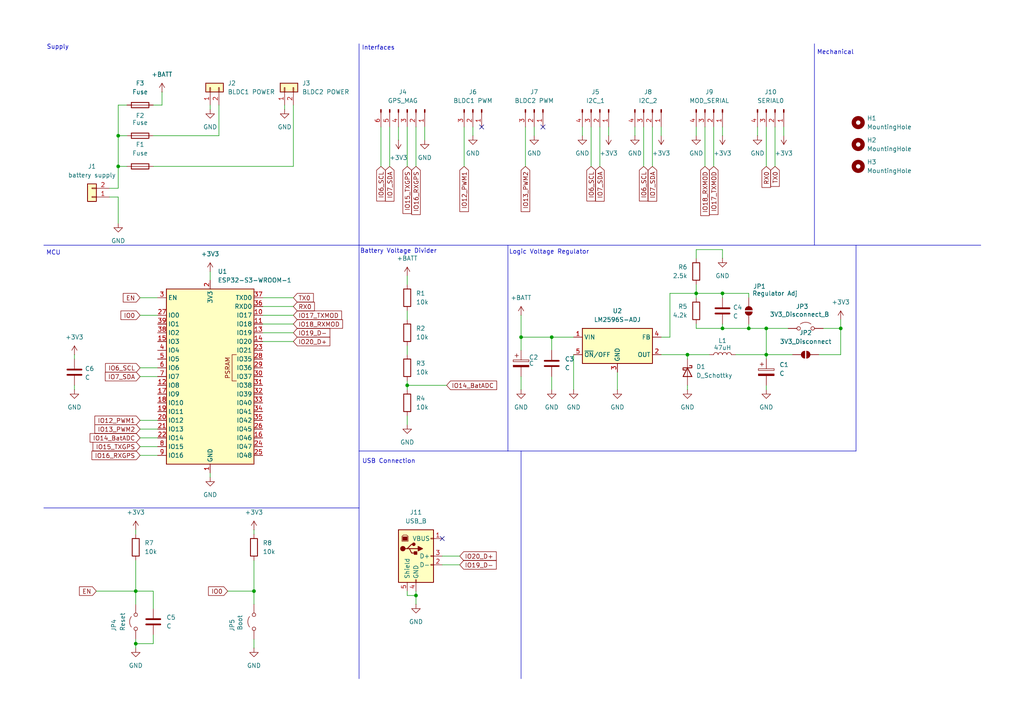
<source format=kicad_sch>
(kicad_sch (version 20250114) (generator "eeschema") (generator_version "9.0")
  (paper "A4")
  (lib_symbols
    (symbol "Connector:Conn_01x03_Pin" (pin_names (offset 1.016) (hide yes))
      (property "Reference" "J" (at 0 5.08 0))
      (property "Value" "Conn_01x03_Pin" (at 0 -5.08 0))
      (symbol "Conn_01x03_Pin_1_1"
        (rectangle (start 0.8636 2.667) (end 0 2.413) (stroke (width 0.1524)) (fill (type outline)))
        (rectangle (start 0.8636 0.127) (end 0 -0.127) (stroke (width 0.1524)) (fill (type outline)))
        (rectangle (start 0.8636 -2.413) (end 0 -2.667) (stroke (width 0.1524)) (fill (type outline)))
        (polyline (pts (xy 1.27 2.54) (xy 0.8636 2.54)) (stroke (width 0.1524)))
        (polyline (pts (xy 1.27 0) (xy 0.8636 0)) (stroke (width 0.1524)))
        (polyline (pts (xy 1.27 -2.54) (xy 0.8636 -2.54)) (stroke (width 0.1524)))
        (pin passive line (at 5.08 2.54 180) (length 3.81) (name "Pin_1") (number "1"))
        (pin passive line (at 5.08 0 180) (length 3.81) (name "Pin_2") (number "2"))
        (pin passive line (at 5.08 -2.54 180) (length 3.81) (name "Pin_3") (number "3"))
      )
    )
    (symbol "Connector:Conn_01x04_Pin" (pin_names (offset 1.016) (hide yes))
      (property "Reference" "J" (at 0 5.08 0))
      (property "Value" "Conn_01x04_Pin" (at 0 -7.62 0))
      (symbol "Conn_01x04_Pin_1_1"
        (rectangle (start 0.8636 2.667) (end 0 2.413) (stroke (width 0.1524)) (fill (type outline)))
        (rectangle (start 0.8636 0.127) (end 0 -0.127) (stroke (width 0.1524)) (fill (type outline)))
        (rectangle (start 0.8636 -2.413) (end 0 -2.667) (stroke (width 0.1524)) (fill (type outline)))
        (rectangle (start 0.8636 -4.953) (end 0 -5.207) (stroke (width 0.1524)) (fill (type outline)))
        (polyline (pts (xy 1.27 2.54) (xy 0.8636 2.54)) (stroke (width 0.1524)))
        (polyline (pts (xy 1.27 0) (xy 0.8636 0)) (stroke (width 0.1524)))
        (polyline (pts (xy 1.27 -2.54) (xy 0.8636 -2.54)) (stroke (width 0.1524)))
        (polyline (pts (xy 1.27 -5.08) (xy 0.8636 -5.08)) (stroke (width 0.1524)))
        (pin passive line (at 5.08 2.54 180) (length 3.81) (name "Pin_1") (number "1"))
        (pin passive line (at 5.08 0 180) (length 3.81) (name "Pin_2") (number "2"))
        (pin passive line (at 5.08 -2.54 180) (length 3.81) (name "Pin_3") (number "3"))
        (pin passive line (at 5.08 -5.08 180) (length 3.81) (name "Pin_4") (number "4"))
      )
    )
    (symbol "Connector:Conn_01x06_Pin" (pin_names (offset 1.016) (hide yes))
      (property "Reference" "J" (at 0 7.62 0))
      (property "Value" "Conn_01x06_Pin" (at 0 -10.16 0))
      (symbol "Conn_01x06_Pin_1_1"
        (rectangle (start 0.8636 5.207) (end 0 4.953) (stroke (width 0.1524)) (fill (type outline)))
        (rectangle (start 0.8636 2.667) (end 0 2.413) (stroke (width 0.1524)) (fill (type outline)))
        (rectangle (start 0.8636 0.127) (end 0 -0.127) (stroke (width 0.1524)) (fill (type outline)))
        (rectangle (start 0.8636 -2.413) (end 0 -2.667) (stroke (width 0.1524)) (fill (type outline)))
        (rectangle (start 0.8636 -4.953) (end 0 -5.207) (stroke (width 0.1524)) (fill (type outline)))
        (rectangle (start 0.8636 -7.493) (end 0 -7.747) (stroke (width 0.1524)) (fill (type outline)))
        (polyline (pts (xy 1.27 5.08) (xy 0.8636 5.08)) (stroke (width 0.1524)))
        (polyline (pts (xy 1.27 2.54) (xy 0.8636 2.54)) (stroke (width 0.1524)))
        (polyline (pts (xy 1.27 0) (xy 0.8636 0)) (stroke (width 0.1524)))
        (polyline (pts (xy 1.27 -2.54) (xy 0.8636 -2.54)) (stroke (width 0.1524)))
        (polyline (pts (xy 1.27 -5.08) (xy 0.8636 -5.08)) (stroke (width 0.1524)))
        (polyline (pts (xy 1.27 -7.62) (xy 0.8636 -7.62)) (stroke (width 0.1524)))
        (pin passive line (at 5.08 5.08 180) (length 3.81) (name "Pin_1") (number "1"))
        (pin passive line (at 5.08 2.54 180) (length 3.81) (name "Pin_2") (number "2"))
        (pin passive line (at 5.08 0 180) (length 3.81) (name "Pin_3") (number "3"))
        (pin passive line (at 5.08 -2.54 180) (length 3.81) (name "Pin_4") (number "4"))
        (pin passive line (at 5.08 -5.08 180) (length 3.81) (name "Pin_5") (number "5"))
        (pin passive line (at 5.08 -7.62 180) (length 3.81) (name "Pin_6") (number "6"))
      )
    )
    (symbol "Connector:USB_B" (pin_names (offset 1.016))
      (property "Reference" "J" (at -5.08 11.43 0))
      (property "Value" "USB_B" (at -5.08 8.89 0))
      (symbol "USB_B_0_1"
        (rectangle (start -5.08 -7.62) (end 5.08 7.62) (stroke (width 0.254)) (fill (type background)))
        (polyline (pts (xy -4.064 4.318) (xy -2.286 4.318) (xy -2.286 5.715) (xy -2.667 6.096) (xy -3.683 6.096) (xy -4.064 5.715) (xy -4.064 4.318)))
        (rectangle (start -3.81 5.588) (end -2.54 4.572) (fill (type outline)))
        (circle (center -3.81 2.159) (radius 0.635) (stroke (width 0.254)) (fill (type outline)))
        (polyline (pts (xy -3.175 2.159) (xy -2.54 2.159) (xy -1.27 3.429) (xy -0.635 3.429)) (stroke (width 0.254)))
        (polyline (pts (xy -2.54 2.159) (xy -1.905 2.159) (xy -1.27 0.889) (xy 0 0.889)) (stroke (width 0.254)))
        (polyline (pts (xy -1.905 2.159) (xy 0.635 2.159)) (stroke (width 0.254)))
        (circle (center -0.635 3.429) (radius 0.381) (stroke (width 0.254)) (fill (type outline)))
        (rectangle (start -0.127 -7.62) (end 0.127 -6.858))
        (rectangle (start 0.254 1.27) (end -0.508 0.508) (stroke (width 0.254)) (fill (type outline)))
        (polyline (pts (xy 0.635 2.794) (xy 0.635 1.524) (xy 1.905 2.159) (xy 0.635 2.794)) (stroke (width 0.254)) (fill (type outline)))
        (rectangle (start 5.08 4.953) (end 4.318 5.207))
        (rectangle (start 5.08 -0.127) (end 4.318 0.127))
        (rectangle (start 5.08 -2.667) (end 4.318 -2.413))
      )
      (symbol "USB_B_1_1"
        (pin passive line (at -2.54 -10.16 90) (length 2.54) (name "Shield") (number "5"))
        (pin power_out line (at 0 -10.16 90) (length 2.54) (name "GND") (number "4"))
        (pin power_out line (at 7.62 5.08 180) (length 2.54) (name "VBUS") (number "1"))
        (pin bidirectional line (at 7.62 0 180) (length 2.54) (name "D+") (number "3"))
        (pin bidirectional line (at 7.62 -2.54 180) (length 2.54) (name "D-") (number "2"))
      )
    )
    (symbol "Connector_Generic:Conn_01x02" (pin_names (offset 1.016) (hide yes))
      (property "Reference" "J" (at 0 2.54 0))
      (property "Value" "Conn_01x02" (at 0 -5.08 0))
      (symbol "Conn_01x02_1_1"
        (rectangle (start -1.27 1.27) (end 1.27 -3.81) (stroke (width 0.254)) (fill (type background)))
        (rectangle (start -1.27 0.127) (end 0 -0.127) (stroke (width 0.1524)))
        (rectangle (start -1.27 -2.413) (end 0 -2.667) (stroke (width 0.1524)))
        (pin passive line (at -5.08 0 0) (length 3.81) (name "Pin_1") (number "1"))
        (pin passive line (at -5.08 -2.54 0) (length 3.81) (name "Pin_2") (number "2"))
      )
    )
    (symbol "Device:C" (pin_numbers (hide yes)) (pin_names (offset 0.254))
      (property "Reference" "C" (at 0.635 2.54 0))
      (property "Value" "C" (at 0.635 -2.54 0))
      (symbol "C_0_1"
        (polyline (pts (xy -2.032 0.762) (xy 2.032 0.762)) (stroke (width 0.508)))
        (polyline (pts (xy -2.032 -0.762) (xy 2.032 -0.762)) (stroke (width 0.508)))
      )
      (symbol "C_1_1"
        (pin passive line (at 0 3.81 270) (length 2.794) (name "~") (number "1"))
        (pin passive line (at 0 -3.81 90) (length 2.794) (name "~") (number "2"))
      )
    )
    (symbol "Device:C_Polarized" (pin_numbers (hide yes)) (pin_names (offset 0.254))
      (property "Reference" "C" (at 0.635 2.54 0))
      (property "Value" "C_Polarized" (at 0.635 -2.54 0))
      (symbol "C_Polarized_0_1"
        (rectangle (start -2.286 0.508) (end 2.286 1.016))
        (polyline (pts (xy -1.778 2.286) (xy -0.762 2.286)))
        (polyline (pts (xy -1.27 2.794) (xy -1.27 1.778)))
        (rectangle (start 2.286 -0.508) (end -2.286 -1.016) (fill (type outline)))
      )
      (symbol "C_Polarized_1_1"
        (pin passive line (at 0 3.81 270) (length 2.794) (name "~") (number "1"))
        (pin passive line (at 0 -3.81 90) (length 2.794) (name "~") (number "2"))
      )
    )
    (symbol "Device:D_Schottky" (pin_numbers (hide yes)) (pin_names (offset 1.016) (hide yes))
      (property "Reference" "D" (at 0 2.54 0))
      (property "Value" "D_Schottky" (at 0 -2.54 0))
      (symbol "D_Schottky_0_1"
        (polyline (pts (xy -1.905 0.635) (xy -1.905 1.27) (xy -1.27 1.27) (xy -1.27 -1.27) (xy -0.635 -1.27) (xy -0.635 -0.635)) (stroke (width 0.254)))
        (polyline (pts (xy 1.27 1.27) (xy 1.27 -1.27) (xy -1.27 0) (xy 1.27 1.27)) (stroke (width 0.254)))
        (polyline (pts (xy 1.27 0) (xy -1.27 0)))
      )
      (symbol "D_Schottky_1_1"
        (pin passive line (at -3.81 0 0) (length 2.54) (name "K") (number "1"))
        (pin passive line (at 3.81 0 180) (length 2.54) (name "A") (number "2"))
      )
    )
    (symbol "Device:Fuse" (pin_numbers (hide yes)) (pin_names (offset 0))
      (property "Reference" "F" (at 2.032 0 90))
      (property "Value" "Fuse" (at -1.905 0 90))
      (symbol "Fuse_0_1"
        (rectangle (start -0.762 -2.54) (end 0.762 2.54) (stroke (width 0.254)))
        (polyline (pts (xy 0 2.54) (xy 0 -2.54)))
      )
      (symbol "Fuse_1_1"
        (pin passive line (at 0 3.81 270) (length 1.27) (name "~") (number "1"))
        (pin passive line (at 0 -3.81 90) (length 1.27) (name "~") (number "2"))
      )
    )
    (symbol "Device:L" (pin_numbers (hide yes)) (pin_names (offset 1.016) (hide yes))
      (property "Reference" "L" (at -1.27 0 90))
      (property "Value" "L" (at 1.905 0 90))
      (symbol "L_0_1"
        (arc (start 0 2.54) (mid 0.6323 1.905) (end 0 1.27))
        (arc (start 0 1.27) (mid 0.6323 0.635) (end 0 0))
        (arc (start 0 0) (mid 0.6323 -0.635) (end 0 -1.27))
        (arc (start 0 -1.27) (mid 0.6323 -1.905) (end 0 -2.54))
      )
      (symbol "L_1_1"
        (pin passive line (at 0 3.81 270) (length 1.27) (name "1") (number "1"))
        (pin passive line (at 0 -3.81 90) (length 1.27) (name "2") (number "2"))
      )
    )
    (symbol "Device:R" (pin_numbers (hide yes)) (pin_names (offset 0))
      (property "Reference" "R" (at 2.032 0 90))
      (property "Value" "R" (at 0 0 90))
      (symbol "R_0_1"
        (rectangle (start -1.016 -2.54) (end 1.016 2.54) (stroke (width 0.254)))
      )
      (symbol "R_1_1"
        (pin passive line (at 0 3.81 270) (length 1.27) (name "~") (number "1"))
        (pin passive line (at 0 -3.81 90) (length 1.27) (name "~") (number "2"))
      )
    )
    (symbol "Jumper:Jumper_2_Open" (pin_numbers (hide yes)) (pin_names (offset 0) (hide yes)) (exclude_from_sim yes)
      (property "Reference" "JP" (at 0 2.794 0))
      (property "Value" "Jumper_2_Open" (at 0 -2.286 0))
      (symbol "Jumper_2_Open_0_0"
        (circle (center -2.032 0) (radius 0.508))
        (circle (center 2.032 0) (radius 0.508))
      )
      (symbol "Jumper_2_Open_0_1"
        (arc (start -1.524 1.27) (mid 0 1.778) (end 1.524 1.27))
      )
      (symbol "Jumper_2_Open_1_1"
        (pin passive line (at -5.08 0 0) (length 2.54) (name "A") (number "1"))
        (pin passive line (at 5.08 0 180) (length 2.54) (name "B") (number "2"))
      )
    )
    (symbol "Jumper:SolderJumper_2_Open" (pin_numbers (hide yes)) (pin_names (offset 0) (hide yes)) (exclude_from_sim yes) (in_bom no)
      (property "Reference" "JP" (at 0 2.032 0))
      (property "Value" "SolderJumper_2_Open" (at 0 -2.54 0))
      (symbol "SolderJumper_2_Open_0_1"
        (polyline (pts (xy -0.254 1.016) (xy -0.254 -1.016)))
        (arc (start -0.254 -1.016) (mid -1.2656 0) (end -0.254 1.016))
        (arc (start -0.254 -1.016) (mid -1.2656 0) (end -0.254 1.016) (fill (type outline)))
        (arc (start 0.254 1.016) (mid 1.2656 0) (end 0.254 -1.016))
        (arc (start 0.254 1.016) (mid 1.2656 0) (end 0.254 -1.016) (fill (type outline)))
        (polyline (pts (xy 0.254 1.016) (xy 0.254 -1.016)))
      )
      (symbol "SolderJumper_2_Open_1_1"
        (pin passive line (at -3.81 0 0) (length 2.54) (name "A") (number "1"))
        (pin passive line (at 3.81 0 180) (length 2.54) (name "B") (number "2"))
      )
    )
    (symbol "Mechanical:MountingHole" (pin_names (offset 1.016)) (exclude_from_sim yes) (in_bom no)
      (property "Reference" "H" (at 0 5.08 0))
      (property "Value" "MountingHole" (at 0 3.175 0))
      (symbol "MountingHole_0_1"
        (circle (center 0 0) (radius 1.27) (stroke (width 1.27)))
      )
    )
    (symbol "RF_Module:ESP32-S3-WROOM-1"
      (property "Reference" "U" (at -12.7 26.67 0))
      (property "Value" "ESP32-S3-WROOM-1" (at 12.7 26.67 0))
      (symbol "ESP32-S3-WROOM-1_0_0"
        (rectangle (start -12.7 25.4) (end 12.7 -25.4) (stroke (width 0.254)) (fill (type background)))
        (text "PSRAM" (at 5.08 2.54 900) (effects (font (size 1.27 1.27))))
      )
      (symbol "ESP32-S3-WROOM-1_0_1"
        (polyline (pts (xy 7.62 -1.27) (xy 6.35 -1.27) (xy 6.35 6.35) (xy 7.62 6.35)))
      )
      (symbol "ESP32-S3-WROOM-1_1_1"
        (pin input line (at -15.24 22.86 0) (length 2.54) (name "EN") (number "3"))
        (pin bidirectional line (at -15.24 17.78 0) (length 2.54) (name "IO0") (number "27"))
        (pin bidirectional line (at -15.24 15.24 0) (length 2.54) (name "IO1") (number "39"))
        (pin bidirectional line (at -15.24 12.7 0) (length 2.54) (name "IO2") (number "38"))
        (pin bidirectional line (at -15.24 10.16 0) (length 2.54) (name "IO3") (number "15"))
        (pin bidirectional line (at -15.24 7.62 0) (length 2.54) (name "IO4") (number "4"))
        (pin bidirectional line (at -15.24 5.08 0) (length 2.54) (name "IO5") (number "5"))
        (pin bidirectional line (at -15.24 2.54 0) (length 2.54) (name "IO6") (number "6"))
        (pin bidirectional line (at -15.24 0 0) (length 2.54) (name "IO7") (number "7"))
        (pin bidirectional line (at -15.24 -2.54 0) (length 2.54) (name "IO8") (number "12"))
        (pin bidirectional line (at -15.24 -5.08 0) (length 2.54) (name "IO9") (number "17"))
        (pin bidirectional line (at -15.24 -7.62 0) (length 2.54) (name "IO10") (number "18"))
        (pin bidirectional line (at -15.24 -10.16 0) (length 2.54) (name "IO11") (number "19"))
        (pin bidirectional line (at -15.24 -12.7 0) (length 2.54) (name "IO12") (number "20"))
        (pin bidirectional line (at -15.24 -15.24 0) (length 2.54) (name "IO13") (number "21"))
        (pin bidirectional line (at -15.24 -17.78 0) (length 2.54) (name "IO14") (number "22"))
        (pin bidirectional line (at -15.24 -20.32 0) (length 2.54) (name "IO15") (number "8"))
        (pin bidirectional line (at -15.24 -22.86 0) (length 2.54) (name "IO16") (number "9"))
        (pin power_in line (at 0 27.94 270) (length 2.54) (name "3V3") (number "2"))
        (pin power_in line (at 0 -27.94 90) (length 2.54) (name "GND") (number "1"))
        (pin passive line (at 0 -27.94 90) (length 2.54) (hide yes) (name "GND") (number "40"))
        (pin passive line (at 0 -27.94 90) (length 2.54) (hide yes) (name "GND") (number "41"))
        (pin bidirectional line (at 15.24 22.86 180) (length 2.54) (name "TXD0") (number "37"))
        (pin bidirectional line (at 15.24 20.32 180) (length 2.54) (name "RXD0") (number "36"))
        (pin bidirectional line (at 15.24 17.78 180) (length 2.54) (name "IO17") (number "10"))
        (pin bidirectional line (at 15.24 15.24 180) (length 2.54) (name "IO18") (number "11"))
        (pin bidirectional line (at 15.24 12.7 180) (length 2.54) (name "IO19") (number "13"))
        (pin bidirectional line (at 15.24 10.16 180) (length 2.54) (name "IO20") (number "14"))
        (pin bidirectional line (at 15.24 7.62 180) (length 2.54) (name "IO21") (number "23"))
        (pin bidirectional line (at 15.24 5.08 180) (length 2.54) (name "IO35") (number "28"))
        (pin bidirectional line (at 15.24 2.54 180) (length 2.54) (name "IO36") (number "29"))
        (pin bidirectional line (at 15.24 0 180) (length 2.54) (name "IO37") (number "30"))
        (pin bidirectional line (at 15.24 -2.54 180) (length 2.54) (name "IO38") (number "31"))
        (pin bidirectional line (at 15.24 -5.08 180) (length 2.54) (name "IO39") (number "32"))
        (pin bidirectional line (at 15.24 -7.62 180) (length 2.54) (name "IO40") (number "33"))
        (pin bidirectional line (at 15.24 -10.16 180) (length 2.54) (name "IO41") (number "34"))
        (pin bidirectional line (at 15.24 -12.7 180) (length 2.54) (name "IO42") (number "35"))
        (pin bidirectional line (at 15.24 -15.24 180) (length 2.54) (name "IO45") (number "26"))
        (pin bidirectional line (at 15.24 -17.78 180) (length 2.54) (name "IO46") (number "16"))
        (pin bidirectional line (at 15.24 -20.32 180) (length 2.54) (name "IO47") (number "24"))
        (pin bidirectional line (at 15.24 -22.86 180) (length 2.54) (name "IO48") (number "25"))
      )
    )
    (symbol "Regulator_Switching:LM2596S-ADJ"
      (property "Reference" "U" (at -10.16 6.35 0))
      (property "Value" "LM2596S-ADJ" (at 0 6.35 0))
      (symbol "LM2596S-ADJ_0_1"
        (rectangle (start -10.16 5.08) (end 10.16 -5.08) (stroke (width 0.254)) (fill (type background)))
      )
      (symbol "LM2596S-ADJ_1_1"
        (pin power_in line (at -12.7 2.54 0) (length 2.54) (name "VIN") (number "1"))
        (pin input line (at -12.7 -2.54 0) (length 2.54) (name "~{ON}/OFF") (number "5"))
        (pin power_in line (at 0 -7.62 90) (length 2.54) (name "GND") (number "3"))
        (pin input line (at 12.7 2.54 180) (length 2.54) (name "FB") (number "4"))
        (pin output line (at 12.7 -2.54 180) (length 2.54) (name "OUT") (number "2"))
      )
    )
    (symbol "power:+3V3" (power) (pin_numbers (hide yes)) (pin_names (offset 0) (hide yes))
      (property "Value" "+3V3" (at 0 3.556 0))
      (symbol "+3V3_0_1"
        (polyline (pts (xy -0.762 1.27) (xy 0 2.54)))
        (polyline (pts (xy 0 2.54) (xy 0.762 1.27)))
        (polyline (pts (xy 0 0) (xy 0 2.54)))
      )
      (symbol "+3V3_1_1"
        (pin power_in line (at 0 0 90) (length 0) (name "~") (number "1"))
      )
    )
    (symbol "power:+BATT" (power) (pin_numbers (hide yes)) (pin_names (offset 0) (hide yes))
      (property "Value" "+BATT" (at 0 3.556 0))
      (symbol "+BATT_0_1"
        (polyline (pts (xy -0.762 1.27) (xy 0 2.54)))
        (polyline (pts (xy 0 2.54) (xy 0.762 1.27)))
        (polyline (pts (xy 0 0) (xy 0 2.54)))
      )
      (symbol "+BATT_1_1"
        (pin power_in line (at 0 0 90) (length 0) (name "~") (number "1"))
      )
    )
    (symbol "power:GND" (power) (pin_numbers (hide yes)) (pin_names (offset 0) (hide yes))
      (property "Value" "GND" (at 0 -3.81 0))
      (symbol "GND_0_1"
        (polyline (pts (xy 0 0) (xy 0 -1.27) (xy 1.27 -1.27) (xy 0 -2.54) (xy -1.27 -1.27) (xy 0 -1.27)))
      )
      (symbol "GND_1_1"
        (pin power_in line (at 0 0 270) (length 0) (name "~") (number "1"))
      )
    )
  )
  (text "Supply\n" (at 16.764 13.716 0) (effects (font (size 1.27 1.27))))
  (text "Battery Voltage Divider" (at 115.57 72.898 0) (effects (font (size 1.27 1.27))))
  (text "USB Connection\n" (at 112.776 133.858 0) (effects (font (size 1.27 1.27))))
  (text "Mechanical" (at 242.316 15.24 0) (effects (font (size 1.27 1.27))))
  (text "MCU" (at 15.494 73.406 0) (effects (font (size 1.27 1.27))))
  (text "Logic Voltage Regulator\n" (at 159.258 73.152 0) (effects (font (size 1.27 1.27))))
  (text "Interfaces" (at 109.728 13.97 0) (effects (font (size 1.27 1.27))))
  (junction (at 151.13 97.79))
  (junction (at 209.55 85.09))
  (junction (at 73.66 171.45))
  (junction (at 39.37 171.45))
  (junction (at 39.37 186.69))
  (junction (at 160.02 97.79))
  (junction (at 199.39 102.87))
  (junction (at 209.55 95.25))
  (junction (at 217.17 95.25))
  (junction (at 34.29 39.37))
  (junction (at 34.29 48.26))
  (junction (at 222.25 95.25))
  (junction (at 243.84 95.25))
  (junction (at 201.93 85.09))
  (junction (at 222.25 102.87))
  (junction (at 120.65 172.72))
  (junction (at 118.11 111.76))
  (no_connect (at 157.48 36.83))
  (no_connect (at 139.7 36.83))
  (no_connect (at 128.27 156.21))
  (wire (pts (xy 85.09 96.52) (xy 76.2 96.52)))
  (wire (pts (xy 120.65 36.83) (xy 120.65 48.26)))
  (wire (pts (xy 222.25 104.14) (xy 222.25 102.87)))
  (polyline (pts (xy 104.14 130.81) (xy 104.14 147.32)))
  (wire (pts (xy 209.55 95.25) (xy 217.17 95.25)))
  (wire (pts (xy 34.29 30.48) (xy 36.83 30.48)))
  (wire (pts (xy 46.99 30.48) (xy 46.99 26.67)))
  (wire (pts (xy 201.93 72.39) (xy 209.55 72.39)))
  (wire (pts (xy 85.09 86.36) (xy 76.2 86.36)))
  (wire (pts (xy 243.84 95.25) (xy 243.84 92.71)))
  (wire (pts (xy 209.55 72.39) (xy 209.55 74.93)))
  (wire (pts (xy 191.77 39.37) (xy 191.77 36.83)))
  (wire (pts (xy 40.64 127) (xy 45.72 127)))
  (wire (pts (xy 151.13 91.44) (xy 151.13 97.79)))
  (wire (pts (xy 73.66 154.94) (xy 73.66 153.67)))
  (wire (pts (xy 229.87 102.87) (xy 222.25 102.87)))
  (wire (pts (xy 118.11 123.19) (xy 118.11 120.65)))
  (wire (pts (xy 199.39 104.14) (xy 199.39 102.87)))
  (polyline (pts (xy 12.7 71.12) (xy 104.14 71.12)))
  (wire (pts (xy 39.37 154.94) (xy 39.37 153.67)))
  (wire (pts (xy 73.66 171.45) (xy 73.66 175.26)))
  (wire (pts (xy 201.93 36.83) (xy 201.93 39.37)))
  (wire (pts (xy 209.55 85.09) (xy 209.55 86.36)))
  (polyline (pts (xy 104.14 71.12) (xy 236.22 71.12)))
  (wire (pts (xy 166.37 102.87) (xy 166.37 113.03)))
  (wire (pts (xy 191.77 97.79) (xy 194.31 97.79)))
  (wire (pts (xy 40.64 86.36) (xy 45.72 86.36)))
  (wire (pts (xy 238.76 95.25) (xy 243.84 95.25)))
  (polyline (pts (xy 104.14 147.32) (xy 104.14 196.85)))
  (wire (pts (xy 66.04 171.45) (xy 73.66 171.45)))
  (polyline (pts (xy 104.14 71.12) (xy 104.14 130.81)))
  (wire (pts (xy 191.77 102.87) (xy 199.39 102.87)))
  (wire (pts (xy 44.45 186.69) (xy 39.37 186.69)))
  (wire (pts (xy 34.29 64.77) (xy 34.29 57.15)))
  (wire (pts (xy 160.02 113.03) (xy 160.02 109.22)))
  (wire (pts (xy 40.64 121.92) (xy 45.72 121.92)))
  (wire (pts (xy 44.45 30.48) (xy 46.99 30.48)))
  (wire (pts (xy 118.11 102.87) (xy 118.11 100.33)))
  (wire (pts (xy 222.25 111.76) (xy 222.25 113.03)))
  (polyline (pts (xy 104.14 130.81) (xy 147.32 130.81)))
  (polyline (pts (xy 236.22 71.12) (xy 248.285 71.12)))
  (wire (pts (xy 176.53 39.37) (xy 176.53 36.83)))
  (wire (pts (xy 222.25 95.25) (xy 222.25 102.87)))
  (wire (pts (xy 21.59 102.87) (xy 21.59 104.14)))
  (wire (pts (xy 217.17 95.25) (xy 217.17 93.98)))
  (polyline (pts (xy 104.14 12.7) (xy 104.14 71.12)))
  (wire (pts (xy 39.37 171.45) (xy 39.37 175.26)))
  (wire (pts (xy 137.16 39.37) (xy 137.16 36.83)))
  (wire (pts (xy 118.11 111.76) (xy 118.11 110.49)))
  (wire (pts (xy 34.29 30.48) (xy 34.29 39.37)))
  (wire (pts (xy 34.29 54.61) (xy 31.75 54.61)))
  (wire (pts (xy 227.33 39.37) (xy 227.33 36.83)))
  (wire (pts (xy 85.09 91.44) (xy 76.2 91.44)))
  (wire (pts (xy 168.91 36.83) (xy 168.91 39.37)))
  (wire (pts (xy 222.25 102.87) (xy 213.36 102.87)))
  (wire (pts (xy 199.39 102.87) (xy 205.74 102.87)))
  (wire (pts (xy 120.65 172.72) (xy 120.65 171.45)))
  (wire (pts (xy 224.79 48.26) (xy 224.79 36.83)))
  (wire (pts (xy 40.64 132.08) (xy 45.72 132.08)))
  (wire (pts (xy 186.69 48.26) (xy 186.69 36.83)))
  (wire (pts (xy 118.11 172.72) (xy 120.65 172.72)))
  (wire (pts (xy 151.13 109.22) (xy 151.13 113.03)))
  (wire (pts (xy 201.93 85.09) (xy 209.55 85.09)))
  (wire (pts (xy 194.31 97.79) (xy 194.31 85.09)))
  (polyline (pts (xy 248.285 71.12) (xy 284.48 71.12)))
  (wire (pts (xy 243.84 102.87) (xy 243.84 95.25)))
  (wire (pts (xy 194.31 85.09) (xy 201.93 85.09)))
  (wire (pts (xy 113.03 36.83) (xy 113.03 48.26)))
  (wire (pts (xy 217.17 86.36) (xy 217.17 85.09)))
  (wire (pts (xy 222.25 48.26) (xy 222.25 36.83)))
  (wire (pts (xy 60.96 31.75) (xy 60.96 30.48)))
  (wire (pts (xy 129.54 111.76) (xy 118.11 111.76)))
  (wire (pts (xy 34.29 39.37) (xy 34.29 48.26)))
  (wire (pts (xy 44.45 171.45) (xy 39.37 171.45)))
  (wire (pts (xy 44.45 176.53) (xy 44.45 171.45)))
  (wire (pts (xy 73.66 162.56) (xy 73.66 171.45)))
  (polyline (pts (xy 248.285 130.81) (xy 147.32 130.81)))
  (wire (pts (xy 40.64 106.68) (xy 45.72 106.68)))
  (wire (pts (xy 160.02 97.79) (xy 160.02 101.6)))
  (wire (pts (xy 110.49 36.83) (xy 110.49 48.26)))
  (wire (pts (xy 73.66 185.42) (xy 73.66 187.96)))
  (wire (pts (xy 219.71 36.83) (xy 219.71 39.37)))
  (wire (pts (xy 154.94 36.83) (xy 154.94 39.37)))
  (wire (pts (xy 189.23 48.26) (xy 189.23 36.83)))
  (wire (pts (xy 120.65 175.26) (xy 120.65 172.72)))
  (wire (pts (xy 201.93 95.25) (xy 201.93 93.98)))
  (wire (pts (xy 85.09 99.06) (xy 76.2 99.06)))
  (wire (pts (xy 118.11 92.71) (xy 118.11 90.17)))
  (wire (pts (xy 199.39 111.76) (xy 199.39 113.03)))
  (wire (pts (xy 60.96 78.74) (xy 60.96 81.28)))
  (wire (pts (xy 152.4 36.83) (xy 152.4 48.26)))
  (wire (pts (xy 27.94 171.45) (xy 39.37 171.45)))
  (wire (pts (xy 160.02 97.79) (xy 166.37 97.79)))
  (wire (pts (xy 207.01 48.26) (xy 207.01 36.83)))
  (wire (pts (xy 44.45 39.37) (xy 63.5 39.37)))
  (wire (pts (xy 201.93 85.09) (xy 201.93 86.36)))
  (wire (pts (xy 115.57 36.83) (xy 115.57 40.64)))
  (wire (pts (xy 21.59 113.03) (xy 21.59 111.76)))
  (wire (pts (xy 118.11 113.03) (xy 118.11 111.76)))
  (wire (pts (xy 118.11 36.83) (xy 118.11 48.26)))
  (wire (pts (xy 222.25 95.25) (xy 228.6 95.25)))
  (wire (pts (xy 151.13 97.79) (xy 160.02 97.79)))
  (wire (pts (xy 44.45 48.26) (xy 85.09 48.26)))
  (wire (pts (xy 118.11 171.45) (xy 118.11 172.72)))
  (wire (pts (xy 217.17 95.25) (xy 222.25 95.25)))
  (wire (pts (xy 63.5 39.37) (xy 63.5 30.48)))
  (polyline (pts (xy 12.7 147.32) (xy 104.14 147.32)))
  (polyline (pts (xy 236.22 12.7) (xy 236.22 71.12)))
  (wire (pts (xy 34.29 39.37) (xy 36.83 39.37)))
  (wire (pts (xy 34.29 48.26) (xy 36.83 48.26)))
  (wire (pts (xy 133.35 163.83) (xy 128.27 163.83)))
  (wire (pts (xy 134.62 36.83) (xy 134.62 48.26)))
  (wire (pts (xy 40.64 129.54) (xy 45.72 129.54)))
  (wire (pts (xy 201.93 74.93) (xy 201.93 72.39)))
  (wire (pts (xy 44.45 184.15) (xy 44.45 186.69)))
  (wire (pts (xy 40.64 109.22) (xy 45.72 109.22)))
  (wire (pts (xy 201.93 95.25) (xy 209.55 95.25)))
  (wire (pts (xy 179.07 113.03) (xy 179.07 107.95)))
  (wire (pts (xy 39.37 162.56) (xy 39.37 171.45)))
  (wire (pts (xy 123.19 40.64) (xy 123.19 36.83)))
  (wire (pts (xy 60.96 138.43) (xy 60.96 137.16)))
  (wire (pts (xy 209.55 85.09) (xy 217.17 85.09)))
  (wire (pts (xy 39.37 186.69) (xy 39.37 187.96)))
  (wire (pts (xy 40.64 124.46) (xy 45.72 124.46)))
  (wire (pts (xy 151.13 101.6) (xy 151.13 97.79)))
  (wire (pts (xy 184.15 36.83) (xy 184.15 39.37)))
  (wire (pts (xy 204.47 48.26) (xy 204.47 36.83)))
  (wire (pts (xy 34.29 48.26) (xy 34.29 54.61)))
  (polyline (pts (xy 151.13 130.81) (xy 151.13 196.85)))
  (wire (pts (xy 82.55 31.75) (xy 82.55 30.48)))
  (wire (pts (xy 209.55 39.37) (xy 209.55 36.83)))
  (polyline (pts (xy 248.285 71.12) (xy 248.285 130.81)))
  (wire (pts (xy 173.99 48.26) (xy 173.99 36.83)))
  (polyline (pts (xy 147.32 130.81) (xy 147.32 71.12)))
  (wire (pts (xy 85.09 93.98) (xy 76.2 93.98)))
  (wire (pts (xy 40.64 91.44) (xy 45.72 91.44)))
  (wire (pts (xy 39.37 185.42) (xy 39.37 186.69)))
  (wire (pts (xy 209.55 95.25) (xy 209.55 93.98)))
  (wire (pts (xy 34.29 57.15) (xy 31.75 57.15)))
  (wire (pts (xy 85.09 88.9) (xy 76.2 88.9)))
  (wire (pts (xy 201.93 82.55) (xy 201.93 85.09)))
  (wire (pts (xy 133.35 161.29) (xy 128.27 161.29)))
  (wire (pts (xy 237.49 102.87) (xy 243.84 102.87)))
  (wire (pts (xy 171.45 48.26) (xy 171.45 36.83)))
  (wire (pts (xy 85.09 48.26) (xy 85.09 30.48)))
  (wire (pts (xy 118.11 80.01) (xy 118.11 82.55)))
  (global_label "IO14_BatADC" (shape input) (at 129.54 111.76 0) (property "Intersheetrefs" "${INTERSHEET_REFS}" (effects (hide yes))))
  (global_label "IO16_RXGPS" (shape input) (at 120.65 48.26 270) (property "Intersheetrefs" "${INTERSHEET_REFS}" (effects (hide yes))))
  (global_label "IO17_TXMOD" (shape input) (at 207.01 48.26 270) (property "Intersheetrefs" "${INTERSHEET_REFS}" (effects (hide yes))))
  (global_label "IO13_PWM2" (shape input) (at 152.4 48.26 270) (property "Intersheetrefs" "${INTERSHEET_REFS}" (effects (hide yes))))
  (global_label "IO13_PWM2" (shape input) (at 40.64 124.46 180) (property "Intersheetrefs" "${INTERSHEET_REFS}" (effects (hide yes))))
  (global_label "IO15_TXGPS" (shape input) (at 40.64 129.54 180) (property "Intersheetrefs" "${INTERSHEET_REFS}" (effects (hide yes))))
  (global_label "IO17_TXMOD" (shape input) (at 85.09 91.44 0) (property "Intersheetrefs" "${INTERSHEET_REFS}" (effects (hide yes))))
  (global_label "IO0" (shape input) (at 40.64 91.44 180) (property "Intersheetrefs" "${INTERSHEET_REFS}" (effects (hide yes))))
  (global_label "IO19_D-" (shape input) (at 85.09 96.52 0) (property "Intersheetrefs" "${INTERSHEET_REFS}" (effects (hide yes))))
  (global_label "IO12_PWM1" (shape input) (at 134.62 48.26 270) (property "Intersheetrefs" "${INTERSHEET_REFS}" (effects (hide yes))))
  (global_label "IO19_D-" (shape input) (at 133.35 163.83 0) (property "Intersheetrefs" "${INTERSHEET_REFS}" (effects (hide yes))))
  (global_label "IO12_PWM1" (shape input) (at 40.64 121.92 180) (property "Intersheetrefs" "${INTERSHEET_REFS}" (effects (hide yes))))
  (global_label "IO16_RXGPS" (shape input) (at 40.64 132.08 180) (property "Intersheetrefs" "${INTERSHEET_REFS}" (effects (hide yes))))
  (global_label "IO15_TXGPS" (shape input) (at 118.11 48.26 270) (property "Intersheetrefs" "${INTERSHEET_REFS}" (effects (hide yes))))
  (global_label "IO14_BatADC" (shape input) (at 40.64 127 180) (property "Intersheetrefs" "${INTERSHEET_REFS}" (effects (hide yes))))
  (global_label "IO7_SDA" (shape input) (at 113.03 48.26 270) (property "Intersheetrefs" "${INTERSHEET_REFS}" (effects (hide yes))))
  (global_label "IO20_D+" (shape input) (at 85.09 99.06 0) (property "Intersheetrefs" "${INTERSHEET_REFS}" (effects (hide yes))))
  (global_label "IO18_RXMOD" (shape input) (at 85.09 93.98 0) (property "Intersheetrefs" "${INTERSHEET_REFS}" (effects (hide yes))))
  (global_label "IO6_SCL" (shape input) (at 110.49 48.26 270) (property "Intersheetrefs" "${INTERSHEET_REFS}" (effects (hide yes))))
  (global_label "RX0" (shape input) (at 85.09 88.9 0) (property "Intersheetrefs" "${INTERSHEET_REFS}" (effects (hide yes))))
  (global_label "EN" (shape input) (at 40.64 86.36 180) (property "Intersheetrefs" "${INTERSHEET_REFS}" (effects (hide yes))))
  (global_label "RX0" (shape input) (at 222.25 48.26 270) (property "Intersheetrefs" "${INTERSHEET_REFS}" (effects (hide yes))))
  (global_label "IO6_SCL" (shape input) (at 186.69 48.26 270) (property "Intersheetrefs" "${INTERSHEET_REFS}" (effects (hide yes))))
  (global_label "IO18_RXMOD" (shape input) (at 204.47 48.26 270) (property "Intersheetrefs" "${INTERSHEET_REFS}" (effects (hide yes))))
  (global_label "EN" (shape input) (at 27.94 171.45 180) (property "Intersheetrefs" "${INTERSHEET_REFS}" (effects (hide yes))))
  (global_label "IO0" (shape input) (at 66.04 171.45 180) (property "Intersheetrefs" "${INTERSHEET_REFS}" (effects (hide yes))))
  (global_label "IO20_D+" (shape input) (at 133.35 161.29 0) (property "Intersheetrefs" "${INTERSHEET_REFS}" (effects (hide yes))))
  (global_label "TX0" (shape input) (at 85.09 86.36 0) (property "Intersheetrefs" "${INTERSHEET_REFS}" (effects (hide yes))))
  (global_label "IO7_SDA" (shape input) (at 189.23 48.26 270) (property "Intersheetrefs" "${INTERSHEET_REFS}" (effects (hide yes))))
  (global_label "IO6_SCL" (shape input) (at 40.64 106.68 180) (property "Intersheetrefs" "${INTERSHEET_REFS}" (effects (hide yes))))
  (global_label "IO6_SCL" (shape input) (at 171.45 48.26 270) (property "Intersheetrefs" "${INTERSHEET_REFS}" (effects (hide yes))))
  (global_label "IO7_SDA" (shape input) (at 40.64 109.22 180) (property "Intersheetrefs" "${INTERSHEET_REFS}" (effects (hide yes))))
  (global_label "IO7_SDA" (shape input) (at 173.99 48.26 270) (property "Intersheetrefs" "${INTERSHEET_REFS}" (effects (hide yes))))
  (global_label "TX0" (shape input) (at 224.79 48.26 270) (property "Intersheetrefs" "${INTERSHEET_REFS}" (effects (hide yes))))
  (symbol (lib_id "power:+3V3") (at 243.84 92.71 0) (unit 1)
    (property "Reference" "#PWR026" (effects (hide yes)))
    (property "Value" "+3V3" (at 243.84 87.63 0))
    (property "Description" "Power symbol creates a global label with name \"+3V3\"" (effects (hide yes)))
  )
  (symbol (lib_id "Mechanical:MountingHole") (at 248.92 41.91 0) (unit 1) (in_bom no)
    (property "Reference" "H2" (at 251.46 40.6399 0) (effects (justify left)))
    (property "Value" "MountingHole" (at 251.46 43.1799 0) (effects (justify left)))
    (property "Footprint" "MountingHole:MountingHole_3.2mm_M3" (effects (hide yes)))
    (property "Description" "Mounting Hole without connection" (effects (hide yes)))
  )
  (symbol (lib_id "Device:C_Polarized") (at 222.25 107.95 0) (unit 1)
    (property "Reference" "C1" (at 226.06 105.7909 0) (effects (justify left)))
    (property "Value" "C" (at 226.06 108.3309 0) (effects (justify left)))
    (property "Footprint" "Capacitor_SMD:CP_Elec_8x10.5" (effects (hide yes)))
    (property "Description" "Polarized capacitor" (effects (hide yes)))
  )
  (symbol (lib_id "Connector:USB_B") (at 120.65 161.29 0) (unit 1)
    (property "Reference" "J11" (at 120.65 148.59 0))
    (property "Value" "USB_B" (at 120.65 151.13 0))
    (property "Footprint" "Connector_USB:USB_B_OST_USB-B1HSxx_Horizontal" (effects (hide yes)))
    (property "Description" "USB Type B connector" (effects (hide yes)))
  )
  (symbol (lib_id "power:+3V3") (at 176.53 39.37 180) (unit 1)
    (property "Reference" "#PWR011" (effects (hide yes)))
    (property "Value" "+3V3" (at 176.53 44.45 0))
    (property "Description" "Power symbol creates a global label with name \"+3V3\"" (effects (hide yes)))
  )
  (symbol (lib_id "Jumper:SolderJumper_2_Open") (at 217.17 90.17 90) (unit 1) (in_bom no)
    (property "Reference" "JP1" (at 218.44 83.058 90) (effects (justify right)))
    (property "Value" "Regulator Adj" (at 218.186 85.09 90) (effects (justify right)))
    (property "Footprint" "Jumper:SolderJumper-2_P1.3mm_Open_TrianglePad1.0x1.5mm" (effects (hide yes)))
    (property "Description" "Solder Jumper, 2-pole, open" (effects (hide yes)))
  )
  (symbol (lib_id "Connector:Conn_01x04_Pin") (at 224.79 31.75 270) (unit 1)
    (property "Reference" "J10" (at 223.52 26.67 90))
    (property "Value" "SERIAL0" (at 223.52 29.21 90))
    (property "Footprint" "Connector_PinHeader_2.54mm:PinHeader_1x04_P2.54mm_Vertical" (effects (hide yes)))
    (property "Description" "Generic connector, single row, 01x04, script generated" (effects (hide yes)))
  )
  (symbol (lib_id "Connector:Conn_01x06_Pin") (at 118.11 31.75 270) (unit 1)
    (property "Reference" "J4" (at 116.84 26.67 90))
    (property "Value" "GPS_MAG" (at 116.84 29.21 90))
    (property "Footprint" "Connector_PinHeader_2.54mm:PinHeader_1x06_P2.54mm_Vertical" (effects (hide yes)))
    (property "Description" "Generic connector, single row, 01x06, script generated" (effects (hide yes)))
  )
  (symbol (lib_id "Connector:Conn_01x03_Pin") (at 154.94 31.75 270) (unit 1)
    (property "Reference" "J7" (at 154.94 26.67 90))
    (property "Value" "BLDC2 PWM" (at 154.94 29.21 90))
    (property "Footprint" "Connector_PinHeader_2.54mm:PinHeader_1x03_P2.54mm_Vertical" (effects (hide yes)))
    (property "Description" "Generic connector, single row, 01x03, script generated" (effects (hide yes)))
  )
  (symbol (lib_id "power:GND") (at 151.13 113.03 0) (unit 1)
    (property "Reference" "#PWR023" (effects (hide yes)))
    (property "Value" "GND" (at 151.13 118.11 0))
    (property "Description" "Power symbol creates a global label with name \"GND\" , ground" (effects (hide yes)))
  )
  (symbol (lib_id "power:GND") (at 82.55 31.75 0) (unit 1)
    (property "Reference" "#PWR04" (effects (hide yes)))
    (property "Value" "GND" (at 82.55 36.83 0))
    (property "Description" "Power symbol creates a global label with name \"GND\" , ground" (effects (hide yes)))
  )
  (symbol (lib_id "power:GND") (at 60.96 138.43 0) (unit 1)
    (property "Reference" "#PWR05" (effects (hide yes)))
    (property "Value" "GND" (at 60.96 143.51 0))
    (property "Description" "Power symbol creates a global label with name \"GND\" , ground" (effects (hide yes)))
  )
  (symbol (lib_id "power:+3V3") (at 21.59 102.87 0) (unit 1)
    (property "Reference" "#PWR036" (effects (hide yes)))
    (property "Value" "+3V3" (at 21.59 97.79 0))
    (property "Description" "Power symbol creates a global label with name \"+3V3\"" (effects (hide yes)))
  )
  (symbol (lib_id "Connector_Generic:Conn_01x02") (at 60.96 25.4 90) (unit 1)
    (property "Reference" "J2" (at 66.04 24.1299 90) (effects (justify right)))
    (property "Value" "BLDC1 POWER" (at 66.04 26.6699 90) (effects (justify right)))
    (property "Footprint" "Connector_AMASS:AMASS_XT60-F_1x02_P7.20mm_Vertical" (effects (hide yes)))
    (property "Description" "Generic connector, single row, 01x02, script generated (kicad-library-utils/schlib/autogen/connector/)" (effects (hide yes)))
  )
  (symbol (lib_id "power:+3V3") (at 115.57 40.64 180) (unit 1)
    (property "Reference" "#PWR08" (effects (hide yes)))
    (property "Value" "+3V3" (at 115.57 45.72 0))
    (property "Description" "Power symbol creates a global label with name \"+3V3\"" (effects (hide yes)))
  )
  (symbol (lib_id "Device:Fuse") (at 40.64 39.37 90) (unit 1)
    (property "Reference" "F2" (at 40.64 33.528 90))
    (property "Value" "Fuse" (at 40.64 35.56 90))
    (property "Footprint" "Fuse:Fuse_Blade_Mini_directSolder" (effects (hide yes)))
    (property "Description" "Fuse" (effects (hide yes)))
  )
  (symbol (lib_id "Jumper:Jumper_2_Open") (at 39.37 180.34 90) (unit 1)
    (property "Reference" "JP4" (at 33.02 181.356 0))
    (property "Value" "Reset" (at 35.56 180.34 0))
    (property "Footprint" "Connector_PinHeader_2.54mm:PinHeader_2x01_P2.54mm_Vertical" (effects (hide yes)))
    (property "Description" "Jumper, 2-pole, open" (effects (hide yes)))
  )
  (symbol (lib_id "power:GND") (at 73.66 187.96 0) (unit 1)
    (property "Reference" "#PWR031" (effects (hide yes)))
    (property "Value" "GND" (at 73.66 193.04 0))
    (property "Description" "Power symbol creates a global label with name \"GND\" , ground" (effects (hide yes)))
  )
  (symbol (lib_id "Device:R") (at 39.37 158.75 0) (unit 1)
    (property "Reference" "R7" (at 41.91 157.4799 0) (effects (justify left)))
    (property "Value" "10k" (at 41.91 160.0199 0) (effects (justify left)))
    (property "Footprint" "Resistor_SMD:R_1206_3216Metric_Pad1.30x1.75mm_HandSolder" (effects (hide yes)))
    (property "Description" "Resistor" (effects (hide yes)))
  )
  (symbol (lib_id "Device:R") (at 73.66 158.75 0) (unit 1)
    (property "Reference" "R8" (at 76.2 157.4799 0) (effects (justify left)))
    (property "Value" "10k" (at 76.2 160.0199 0) (effects (justify left)))
    (property "Footprint" "Resistor_SMD:R_1206_3216Metric_Pad1.30x1.75mm_HandSolder" (effects (hide yes)))
    (property "Description" "Resistor" (effects (hide yes)))
  )
  (symbol (lib_id "power:GND") (at 184.15 39.37 0) (unit 1)
    (property "Reference" "#PWR013" (effects (hide yes)))
    (property "Value" "GND" (at 184.15 44.45 0))
    (property "Description" "Power symbol creates a global label with name \"GND\" , ground" (effects (hide yes)))
  )
  (symbol (lib_id "power:+3V3") (at 60.96 78.74 0) (unit 1)
    (property "Reference" "#PWR06" (effects (hide yes)))
    (property "Value" "+3V3" (at 60.96 73.66 0))
    (property "Description" "Power symbol creates a global label with name \"+3V3\"" (effects (hide yes)))
  )
  (symbol (lib_id "Device:C") (at 21.59 107.95 0) (unit 1)
    (property "Reference" "C6" (at 24.638 106.934 0) (effects (justify left)))
    (property "Value" "C" (at 24.638 109.474 0) (effects (justify left)))
    (property "Footprint" "Capacitor_SMD:C_1210_3225Metric_Pad1.33x2.70mm_HandSolder" (effects (hide yes)))
    (property "Description" "Unpolarized capacitor" (effects (hide yes)))
  )
  (symbol (lib_id "power:GND") (at 179.07 113.03 0) (unit 1)
    (property "Reference" "#PWR019" (effects (hide yes)))
    (property "Value" "GND" (at 179.07 118.11 0))
    (property "Description" "Power symbol creates a global label with name \"GND\" , ground" (effects (hide yes)))
  )
  (symbol (lib_id "power:+3V3") (at 191.77 39.37 180) (unit 1)
    (property "Reference" "#PWR014" (effects (hide yes)))
    (property "Value" "+3V3" (at 191.77 44.45 0))
    (property "Description" "Power symbol creates a global label with name \"+3V3\"" (effects (hide yes)))
  )
  (symbol (lib_id "Connector:Conn_01x04_Pin") (at 189.23 31.75 270) (unit 1)
    (property "Reference" "J8" (at 187.96 26.67 90))
    (property "Value" "I2C_2" (at 187.96 29.21 90))
    (property "Footprint" "Connector_PinHeader_2.54mm:PinHeader_1x04_P2.54mm_Vertical" (effects (hide yes)))
    (property "Description" "Generic connector, single row, 01x04, script generated" (effects (hide yes)))
  )
  (symbol (lib_id "power:GND") (at 137.16 39.37 0) (unit 1)
    (property "Reference" "#PWR09" (effects (hide yes)))
    (property "Value" "GND" (at 137.16 44.45 0))
    (property "Description" "Power symbol creates a global label with name \"GND\" , ground" (effects (hide yes)))
  )
  (symbol (lib_id "Jumper:Jumper_2_Open") (at 73.66 180.34 90) (unit 1)
    (property "Reference" "JP5" (at 67.31 181.356 0))
    (property "Value" "Boot" (at 69.596 180.594 0))
    (property "Footprint" "Connector_PinHeader_2.54mm:PinHeader_2x01_P2.54mm_Vertical" (effects (hide yes)))
    (property "Description" "Jumper, 2-pole, open" (effects (hide yes)))
  )
  (symbol (lib_id "Device:Fuse") (at 40.64 30.48 90) (unit 1)
    (property "Reference" "F3" (at 40.64 24.13 90))
    (property "Value" "Fuse" (at 40.64 26.67 90))
    (property "Footprint" "Fuse:Fuse_Blade_Mini_directSolder" (effects (hide yes)))
    (property "Description" "Fuse" (effects (hide yes)))
  )
  (symbol (lib_id "power:+BATT") (at 151.13 91.44 0) (unit 1)
    (property "Reference" "#PWR025" (effects (hide yes)))
    (property "Value" "+BATT" (at 151.13 86.36 0))
    (property "Description" "Power symbol creates a global label with name \"+BATT\"" (effects (hide yes)))
  )
  (symbol (lib_id "power:GND") (at 199.39 113.03 0) (unit 1)
    (property "Reference" "#PWR027" (effects (hide yes)))
    (property "Value" "GND" (at 199.39 118.11 0))
    (property "Description" "Power symbol creates a global label with name \"GND\" , ground" (effects (hide yes)))
  )
  (symbol (lib_id "Device:C") (at 160.02 105.41 0) (unit 1)
    (property "Reference" "C3" (at 163.83 104.1399 0) (effects (justify left)))
    (property "Value" "C" (at 163.83 106.6799 0) (effects (justify left)))
    (property "Footprint" "Capacitor_SMD:C_1210_3225Metric_Pad1.33x2.70mm_HandSolder" (effects (hide yes)))
    (property "Description" "Unpolarized capacitor" (effects (hide yes)))
  )
  (symbol (lib_id "power:GND") (at 120.65 175.26 0) (unit 1)
    (property "Reference" "#PWR034" (effects (hide yes)))
    (property "Value" "GND" (at 120.65 180.34 0))
    (property "Description" "Power symbol creates a global label with name \"GND\" , ground" (effects (hide yes)))
  )
  (symbol (lib_id "power:+3V3") (at 39.37 153.67 0) (unit 1)
    (property "Reference" "#PWR032" (effects (hide yes)))
    (property "Value" "+3V3" (at 39.37 148.59 0))
    (property "Description" "Power symbol creates a global label with name \"+3V3\"" (effects (hide yes)))
  )
  (symbol (lib_id "Mechanical:MountingHole") (at 248.92 35.56 0) (unit 1) (in_bom no)
    (property "Reference" "H1" (at 251.46 34.2899 0) (effects (justify left)))
    (property "Value" "MountingHole" (at 251.46 36.8299 0) (effects (justify left)))
    (property "Footprint" "MountingHole:MountingHole_3.2mm_M3" (effects (hide yes)))
    (property "Description" "Mounting Hole without connection" (effects (hide yes)))
  )
  (symbol (lib_id "Connector_Generic:Conn_01x02") (at 82.55 25.4 90) (unit 1)
    (property "Reference" "J3" (at 87.63 24.1299 90) (effects (justify right)))
    (property "Value" "BLDC2 POWER" (at 87.63 26.6699 90) (effects (justify right)))
    (property "Footprint" "Connector_AMASS:AMASS_XT60-F_1x02_P7.20mm_Vertical" (effects (hide yes)))
    (property "Description" "Generic connector, single row, 01x02, script generated (kicad-library-utils/schlib/autogen/connector/)" (effects (hide yes)))
  )
  (symbol (lib_id "Device:R") (at 118.11 96.52 0) (unit 1)
    (property "Reference" "R2" (at 120.65 95.2499 0) (effects (justify left)))
    (property "Value" "10k" (at 120.65 97.7899 0) (effects (justify left)))
    (property "Footprint" "Resistor_SMD:R_1206_3216Metric_Pad1.30x1.75mm_HandSolder" (effects (hide yes)))
    (property "Description" "Resistor" (effects (hide yes)))
  )
  (symbol (lib_id "Device:L") (at 209.55 102.87 90) (unit 1)
    (property "Reference" "L1" (at 209.55 98.806 90))
    (property "Value" "47uH" (at 209.55 100.838 90))
    (property "Footprint" "Inductor_SMD:L_Bourns_SRR1260" (effects (hide yes)))
    (property "Description" "Inductor" (effects (hide yes)))
  )
  (symbol (lib_id "Connector:Conn_01x04_Pin") (at 173.99 31.75 270) (unit 1)
    (property "Reference" "J5" (at 172.72 26.67 90))
    (property "Value" "I2C_1" (at 172.72 29.21 90))
    (property "Footprint" "Connector_PinHeader_2.54mm:PinHeader_1x04_P2.54mm_Vertical" (effects (hide yes)))
    (property "Description" "Generic connector, single row, 01x04, script generated" (effects (hide yes)))
  )
  (symbol (lib_id "Regulator_Switching:LM2596S-ADJ") (at 179.07 100.33 0) (unit 1)
    (property "Reference" "U2" (at 179.07 90.17 0))
    (property "Value" "LM2596S-ADJ" (at 179.07 92.71 0))
    (property "Footprint" "Package_TO_SOT_SMD:TO-263-5_TabPin3" (effects (hide yes)))
    (property "Datasheet" "http://www.ti.com/lit/ds/symlink/lm2596.pdf" (effects (hide yes)))
    (property "Description" "Adjustable 3A Step-Down Voltage Regulator, TO-263" (effects (hide yes)))
  )
  (symbol (lib_id "power:GND") (at 39.37 187.96 0) (unit 1)
    (property "Reference" "#PWR030" (effects (hide yes)))
    (property "Value" "GND" (at 39.37 193.04 0))
    (property "Description" "Power symbol creates a global label with name \"GND\" , ground" (effects (hide yes)))
  )
  (symbol (lib_id "Connector:Conn_01x04_Pin") (at 207.01 31.75 270) (unit 1)
    (property "Reference" "J9" (at 205.74 26.67 90))
    (property "Value" "MOD_SERIAL" (at 205.74 29.21 90))
    (property "Footprint" "Connector_PinHeader_2.54mm:PinHeader_1x04_P2.54mm_Vertical" (effects (hide yes)))
    (property "Description" "Generic connector, single row, 01x04, script generated" (effects (hide yes)))
  )
  (symbol (lib_id "power:+3V3") (at 227.33 39.37 180) (unit 1)
    (property "Reference" "#PWR029" (effects (hide yes)))
    (property "Value" "+3V3" (at 227.33 44.45 0))
    (property "Description" "Power symbol creates a global label with name \"+3V3\"" (effects (hide yes)))
  )
  (symbol (lib_id "Device:C_Polarized") (at 151.13 105.41 0) (unit 1)
    (property "Reference" "C2" (at 153.416 103.632 0) (effects (justify left)))
    (property "Value" "C" (at 153.416 105.41 0) (effects (justify left)))
    (property "Footprint" "Capacitor_SMD:CP_Elec_8x10.5" (effects (hide yes)))
    (property "Description" "Polarized capacitor" (effects (hide yes)))
  )
  (symbol (lib_id "Connector_Generic:Conn_01x02") (at 26.67 57.15 180) (unit 1)
    (property "Reference" "J1" (at 26.67 48.26 0))
    (property "Value" "battery supply" (at 26.67 50.8 0))
    (property "Footprint" "Connector_AMASS:AMASS_XT60-M_1x02_P7.20mm_Vertical" (effects (hide yes)))
    (property "Description" "Generic connector, single row, 01x02, script generated (kicad-library-utils/schlib/autogen/connector/)" (effects (hide yes)))
  )
  (symbol (lib_id "Device:R") (at 118.11 116.84 0) (unit 1)
    (property "Reference" "R4" (at 120.65 115.5699 0) (effects (justify left)))
    (property "Value" "10k" (at 120.65 118.1099 0) (effects (justify left)))
    (property "Footprint" "Resistor_SMD:R_1206_3216Metric_Pad1.30x1.75mm_HandSolder" (effects (hide yes)))
    (property "Description" "Resistor" (effects (hide yes)))
  )
  (symbol (lib_id "RF_Module:ESP32-S3-WROOM-1") (at 60.96 109.22 0) (unit 1)
    (property "Reference" "U1" (at 63.1541 78.74 0) (effects (justify left)))
    (property "Value" "ESP32-S3-WROOM-1" (at 63.1541 81.28 0) (effects (justify left)))
    (property "Footprint" "RF_Module:ESP32-S3-WROOM-1" (effects (hide yes)))
    (property "Datasheet" "https://www.espressif.com/sites/default/files/documentation/esp32-s3-wroom-1_wroom-1u_datasheet_en.pdf" (effects (hide yes)))
    (property "Description" "RF Module, ESP32-S3 SoC, Wi-Fi 802.11b/g/n, Bluetooth, BLE, 32-bit, 3.3V, onboard antenna, SMD" (effects (hide yes)))
  )
  (symbol (lib_id "power:GND") (at 168.91 39.37 0) (unit 1)
    (property "Reference" "#PWR012" (effects (hide yes)))
    (property "Value" "GND" (at 168.91 44.45 0))
    (property "Description" "Power symbol creates a global label with name \"GND\" , ground" (effects (hide yes)))
  )
  (symbol (lib_id "power:GND") (at 201.93 39.37 0) (unit 1)
    (property "Reference" "#PWR015" (effects (hide yes)))
    (property "Value" "GND" (at 201.93 44.45 0))
    (property "Description" "Power symbol creates a global label with name \"GND\" , ground" (effects (hide yes)))
  )
  (symbol (lib_id "Device:D_Schottky") (at 199.39 107.95 270) (unit 1)
    (property "Reference" "D1" (at 201.93 106.3624 90) (effects (justify left)))
    (property "Value" "D_Schottky" (at 201.93 108.9024 90) (effects (justify left)))
    (property "Footprint" "Diode_SMD:D_SMA-SMB_Universal_Handsoldering" (effects (hide yes)))
    (property "Description" "Schottky diode" (effects (hide yes)))
  )
  (symbol (lib_id "Connector:Conn_01x03_Pin") (at 137.16 31.75 270) (unit 1)
    (property "Reference" "J6" (at 137.16 26.67 90))
    (property "Value" "BLDC1 PWM" (at 137.16 29.21 90))
    (property "Footprint" "Connector_PinHeader_2.54mm:PinHeader_1x03_P2.54mm_Vertical" (effects (hide yes)))
    (property "Description" "Generic connector, single row, 01x03, script generated" (effects (hide yes)))
  )
  (symbol (lib_id "power:GND") (at 118.11 123.19 0) (unit 1)
    (property "Reference" "#PWR018" (effects (hide yes)))
    (property "Value" "GND" (at 118.11 128.27 0))
    (property "Description" "Power symbol creates a global label with name \"GND\" , ground" (effects (hide yes)))
  )
  (symbol (lib_id "power:GND") (at 34.29 64.77 0) (unit 1)
    (property "Reference" "#PWR02" (effects (hide yes)))
    (property "Value" "GND" (at 34.29 69.85 0))
    (property "Description" "Power symbol creates a global label with name \"GND\" , ground" (effects (hide yes)))
  )
  (symbol (lib_id "Jumper:SolderJumper_2_Open") (at 233.68 102.87 0) (unit 1) (in_bom no)
    (property "Reference" "JP2" (at 233.68 96.52 0))
    (property "Value" "3V3_Disconnect" (at 233.68 99.06 0))
    (property "Footprint" "Jumper:SolderJumper-2_P1.3mm_Open_TrianglePad1.0x1.5mm" (effects (hide yes)))
    (property "Description" "Solder Jumper, 2-pole, open" (effects (hide yes)))
  )
  (symbol (lib_id "Device:C") (at 44.45 180.34 0) (unit 1)
    (property "Reference" "C5" (at 48.26 179.0699 0) (effects (justify left)))
    (property "Value" "C" (at 48.26 181.6099 0) (effects (justify left)))
    (property "Footprint" "Capacitor_SMD:C_1210_3225Metric_Pad1.33x2.70mm_HandSolder" (effects (hide yes)))
    (property "Description" "Unpolarized capacitor" (effects (hide yes)))
  )
  (symbol (lib_id "power:GND") (at 154.94 39.37 0) (unit 1)
    (property "Reference" "#PWR010" (effects (hide yes)))
    (property "Value" "GND" (at 154.94 44.45 0))
    (property "Description" "Power symbol creates a global label with name \"GND\" , ground" (effects (hide yes)))
  )
  (symbol (lib_id "Device:R") (at 201.93 78.74 0) (unit 1)
    (property "Reference" "R6" (at 199.39 77.4699 0) (effects (justify right)))
    (property "Value" "2.5k" (at 199.39 80.0099 0) (effects (justify right)))
    (property "Footprint" "Resistor_SMD:R_1206_3216Metric_Pad1.30x1.75mm_HandSolder" (effects (hide yes)))
    (property "Description" "Resistor" (effects (hide yes)))
  )
  (symbol (lib_id "Device:Fuse") (at 40.64 48.26 90) (unit 1)
    (property "Reference" "F1" (at 40.64 41.91 90))
    (property "Value" "Fuse" (at 40.64 44.45 90))
    (property "Footprint" "Fuse:Fuse_Blade_Mini_directSolder" (effects (hide yes)))
    (property "Description" "Fuse" (effects (hide yes)))
  )
  (symbol (lib_id "power:GND") (at 209.55 74.93 0) (unit 1)
    (property "Reference" "#PWR021" (effects (hide yes)))
    (property "Value" "GND" (at 209.55 80.01 0))
    (property "Description" "Power symbol creates a global label with name \"GND\" , ground" (effects (hide yes)))
  )
  (symbol (lib_id "power:+3V3") (at 209.55 39.37 180) (unit 1)
    (property "Reference" "#PWR016" (effects (hide yes)))
    (property "Value" "+3V3" (at 209.55 44.45 0))
    (property "Description" "Power symbol creates a global label with name \"+3V3\"" (effects (hide yes)))
  )
  (symbol (lib_id "Device:C") (at 209.55 90.17 0) (unit 1)
    (property "Reference" "C4" (at 212.598 89.154 0) (effects (justify left)))
    (property "Value" "C" (at 212.598 91.694 0) (effects (justify left)))
    (property "Footprint" "Capacitor_SMD:C_1210_3225Metric_Pad1.33x2.70mm_HandSolder" (effects (hide yes)))
    (property "Description" "Unpolarized capacitor" (effects (hide yes)))
  )
  (symbol (lib_id "Jumper:Jumper_2_Open") (at 233.68 95.25 0) (unit 1)
    (property "Reference" "JP3" (at 232.664 88.9 0))
    (property "Value" "3V3_Disconnect_B" (at 231.902 91.186 0))
    (property "Footprint" "Connector_PinHeader_2.54mm:PinHeader_2x01_P2.54mm_Vertical" (effects (hide yes)))
    (property "Description" "Jumper, 2-pole, open" (effects (hide yes)))
  )
  (symbol (lib_id "power:GND") (at 222.25 113.03 0) (unit 1)
    (property "Reference" "#PWR020" (effects (hide yes)))
    (property "Value" "GND" (at 222.25 118.11 0))
    (property "Description" "Power symbol creates a global label with name \"GND\" , ground" (effects (hide yes)))
  )
  (symbol (lib_id "power:GND") (at 60.96 31.75 0) (unit 1)
    (property "Reference" "#PWR03" (effects (hide yes)))
    (property "Value" "GND" (at 60.96 36.83 0))
    (property "Description" "Power symbol creates a global label with name \"GND\" , ground" (effects (hide yes)))
  )
  (symbol (lib_id "Device:R") (at 118.11 106.68 0) (unit 1)
    (property "Reference" "R3" (at 120.65 105.4099 0) (effects (justify left)))
    (property "Value" "10k" (at 120.65 107.9499 0) (effects (justify left)))
    (property "Footprint" "Resistor_SMD:R_1206_3216Metric_Pad1.30x1.75mm_HandSolder" (effects (hide yes)))
    (property "Description" "Resistor" (effects (hide yes)))
  )
  (symbol (lib_id "Device:R") (at 118.11 86.36 0) (unit 1)
    (property "Reference" "R1" (at 120.65 85.0899 0) (effects (justify left)))
    (property "Value" "10k" (at 120.65 87.6299 0) (effects (justify left)))
    (property "Footprint" "Resistor_SMD:R_1206_3216Metric_Pad1.30x1.75mm_HandSolder" (effects (hide yes)))
    (property "Description" "Resistor" (effects (hide yes)))
  )
  (symbol (lib_id "power:GND") (at 123.19 40.64 0) (unit 1)
    (property "Reference" "#PWR07" (effects (hide yes)))
    (property "Value" "GND" (at 123.19 45.72 0))
    (property "Description" "Power symbol creates a global label with name \"GND\" , ground" (effects (hide yes)))
  )
  (symbol (lib_id "power:GND") (at 166.37 113.03 0) (unit 1)
    (property "Reference" "#PWR022" (effects (hide yes)))
    (property "Value" "GND" (at 166.37 118.11 0))
    (property "Description" "Power symbol creates a global label with name \"GND\" , ground" (effects (hide yes)))
  )
  (symbol (lib_id "power:+BATT") (at 46.99 26.67 0) (unit 1)
    (property "Reference" "#PWR01" (effects (hide yes)))
    (property "Value" "+BATT" (at 46.99 21.59 0))
    (property "Description" "Power symbol creates a global label with name \"+BATT\"" (effects (hide yes)))
  )
  (symbol (lib_id "power:GND") (at 160.02 113.03 0) (unit 1)
    (property "Reference" "#PWR024" (effects (hide yes)))
    (property "Value" "GND" (at 160.02 118.11 0))
    (property "Description" "Power symbol creates a global label with name \"GND\" , ground" (effects (hide yes)))
  )
  (symbol (lib_id "Mechanical:MountingHole") (at 248.92 48.26 0) (unit 1) (in_bom no)
    (property "Reference" "H3" (at 251.46 46.9899 0) (effects (justify left)))
    (property "Value" "MountingHole" (at 251.46 49.5299 0) (effects (justify left)))
    (property "Footprint" "MountingHole:MountingHole_3.2mm_M3" (effects (hide yes)))
    (property "Description" "Mounting Hole without connection" (effects (hide yes)))
  )
  (symbol (lib_id "power:+BATT") (at 118.11 80.01 0) (unit 1)
    (property "Reference" "#PWR017" (effects (hide yes)))
    (property "Value" "+BATT" (at 118.11 74.93 0))
    (property "Description" "Power symbol creates a global label with name \"+BATT\"" (effects (hide yes)))
  )
  (symbol (lib_id "power:+3V3") (at 73.66 153.67 0) (unit 1)
    (property "Reference" "#PWR033" (effects (hide yes)))
    (property "Value" "+3V3" (at 73.66 148.59 0))
    (property "Description" "Power symbol creates a global label with name \"+3V3\"" (effects (hide yes)))
  )
  (symbol (lib_id "power:GND") (at 21.59 113.03 0) (unit 1)
    (property "Reference" "#PWR035" (effects (hide yes)))
    (property "Value" "GND" (at 21.59 118.11 0))
    (property "Description" "Power symbol creates a global label with name \"GND\" , ground" (effects (hide yes)))
  )
  (symbol (lib_id "power:GND") (at 219.71 39.37 0) (unit 1)
    (property "Reference" "#PWR028" (effects (hide yes)))
    (property "Value" "GND" (at 219.71 44.45 0))
    (property "Description" "Power symbol creates a global label with name \"GND\" , ground" (effects (hide yes)))
  )
  (symbol (lib_id "Device:R") (at 201.93 90.17 0) (unit 1)
    (property "Reference" "R5" (at 199.39 88.8999 0) (effects (justify right)))
    (property "Value" "4.2k" (at 199.39 91.4399 0) (effects (justify right)))
    (property "Footprint" "Resistor_SMD:R_1206_3216Metric_Pad1.30x1.75mm_HandSolder" (effects (hide yes)))
    (property "Description" "Resistor" (effects (hide yes)))
  )
)
</source>
